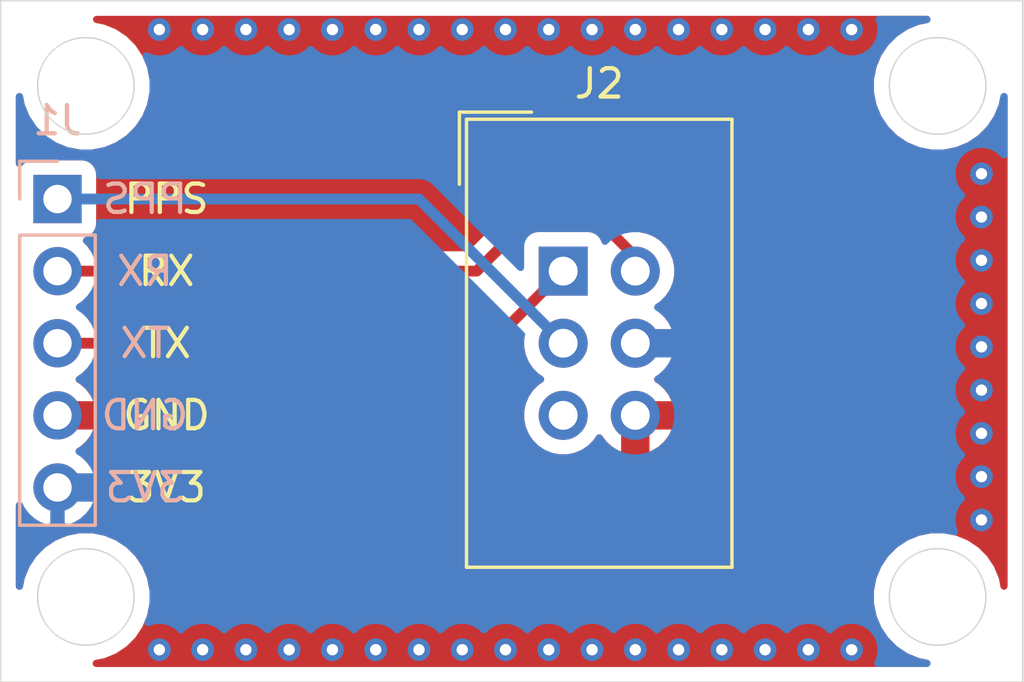
<source format=kicad_pcb>
(kicad_pcb (version 20171130) (host pcbnew "(5.1.5)-3")

  (general
    (thickness 1.6)
    (drawings 19)
    (tracks 58)
    (zones 0)
    (modules 2)
    (nets 7)
  )

  (page A4)
  (title_block
    (title "GPS Adapter")
    (date 2020-04-17)
    (rev 1.0)
    (company "Wojciech Grzeliński")
    (comment 1 wojtekgrzela@gmail.com)
  )

  (layers
    (0 F.Cu signal)
    (31 B.Cu signal)
    (32 B.Adhes user)
    (33 F.Adhes user)
    (34 B.Paste user)
    (35 F.Paste user)
    (36 B.SilkS user)
    (37 F.SilkS user)
    (38 B.Mask user)
    (39 F.Mask user)
    (40 Dwgs.User user)
    (41 Cmts.User user)
    (42 Eco1.User user)
    (43 Eco2.User user)
    (44 Edge.Cuts user)
    (45 Margin user)
    (46 B.CrtYd user)
    (47 F.CrtYd user)
    (48 B.Fab user)
    (49 F.Fab user)
  )

  (setup
    (last_trace_width 1)
    (user_trace_width 0.381)
    (user_trace_width 0.5)
    (user_trace_width 1)
    (user_trace_width 2)
    (user_trace_width 4)
    (trace_clearance 0.2)
    (zone_clearance 0.508)
    (zone_45_only no)
    (trace_min 0.2)
    (via_size 0.8)
    (via_drill 0.4)
    (via_min_size 0.4)
    (via_min_drill 0.3)
    (user_via 0.8 0.4)
    (user_via 1 0.6)
    (user_via 1.27 0.762)
    (uvia_size 0.3)
    (uvia_drill 0.1)
    (uvias_allowed no)
    (uvia_min_size 0.2)
    (uvia_min_drill 0.1)
    (edge_width 0.05)
    (segment_width 0.2)
    (pcb_text_width 0.3)
    (pcb_text_size 1.5 1.5)
    (mod_edge_width 0.12)
    (mod_text_size 1 1)
    (mod_text_width 0.15)
    (pad_size 1.524 1.524)
    (pad_drill 0.762)
    (pad_to_mask_clearance 0.051)
    (solder_mask_min_width 0.25)
    (aux_axis_origin 0 0)
    (visible_elements FFFFFF7F)
    (pcbplotparams
      (layerselection 0x210fc_ffffffff)
      (usegerberextensions false)
      (usegerberattributes false)
      (usegerberadvancedattributes false)
      (creategerberjobfile false)
      (excludeedgelayer true)
      (linewidth 0.100000)
      (plotframeref false)
      (viasonmask false)
      (mode 1)
      (useauxorigin false)
      (hpglpennumber 1)
      (hpglpenspeed 20)
      (hpglpendiameter 15.000000)
      (psnegative false)
      (psa4output false)
      (plotreference true)
      (plotvalue false)
      (plotinvisibletext false)
      (padsonsilk false)
      (subtractmaskfromsilk false)
      (outputformat 1)
      (mirror false)
      (drillshape 0)
      (scaleselection 1)
      (outputdirectory "Gerber/"))
  )

  (net 0 "")
  (net 1 3V3)
  (net 2 GND)
  (net 3 TX)
  (net 4 RX)
  (net 5 PPS)
  (net 6 "Net-(J2-Pad5)")

  (net_class Default "To jest domyślna klasa połączeń."
    (clearance 0.2)
    (trace_width 0.25)
    (via_dia 0.8)
    (via_drill 0.4)
    (uvia_dia 0.3)
    (uvia_drill 0.1)
    (add_net 3V3)
    (add_net GND)
    (add_net "Net-(J2-Pad5)")
    (add_net PPS)
    (add_net RX)
    (add_net TX)
  )

  (module Connector_IDC:IDC-Header_2x03_P2.54mm_Vertical (layer F.Cu) (tedit 59DE0819) (tstamp 5E99F1DC)
    (at 45.212 34.925)
    (descr "Through hole straight IDC box header, 2x03, 2.54mm pitch, double rows")
    (tags "Through hole IDC box header THT 2x03 2.54mm double row")
    (path /5E99E8FA)
    (fp_text reference J2 (at 1.27 -6.604) (layer F.SilkS)
      (effects (font (size 1 1) (thickness 0.15)))
    )
    (fp_text value Conn_02x03_Odd_Even (at 1.27 11.684) (layer F.Fab)
      (effects (font (size 1 1) (thickness 0.15)))
    )
    (fp_line (start -3.655 -5.6) (end -1.115 -5.6) (layer F.SilkS) (width 0.12))
    (fp_line (start -3.655 -5.6) (end -3.655 -3.06) (layer F.SilkS) (width 0.12))
    (fp_line (start -3.405 -5.35) (end 5.945 -5.35) (layer F.SilkS) (width 0.12))
    (fp_line (start -3.405 10.43) (end -3.405 -5.35) (layer F.SilkS) (width 0.12))
    (fp_line (start 5.945 10.43) (end -3.405 10.43) (layer F.SilkS) (width 0.12))
    (fp_line (start 5.945 -5.35) (end 5.945 10.43) (layer F.SilkS) (width 0.12))
    (fp_line (start -3.41 -5.35) (end 5.95 -5.35) (layer F.CrtYd) (width 0.05))
    (fp_line (start -3.41 10.43) (end -3.41 -5.35) (layer F.CrtYd) (width 0.05))
    (fp_line (start 5.95 10.43) (end -3.41 10.43) (layer F.CrtYd) (width 0.05))
    (fp_line (start 5.95 -5.35) (end 5.95 10.43) (layer F.CrtYd) (width 0.05))
    (fp_line (start -3.155 10.18) (end -2.605 9.62) (layer F.Fab) (width 0.1))
    (fp_line (start -3.155 -5.1) (end -2.605 -4.56) (layer F.Fab) (width 0.1))
    (fp_line (start 5.695 10.18) (end 5.145 9.62) (layer F.Fab) (width 0.1))
    (fp_line (start 5.695 -5.1) (end 5.145 -4.56) (layer F.Fab) (width 0.1))
    (fp_line (start 5.145 9.62) (end -2.605 9.62) (layer F.Fab) (width 0.1))
    (fp_line (start 5.695 10.18) (end -3.155 10.18) (layer F.Fab) (width 0.1))
    (fp_line (start 5.145 -4.56) (end -2.605 -4.56) (layer F.Fab) (width 0.1))
    (fp_line (start 5.695 -5.1) (end -3.155 -5.1) (layer F.Fab) (width 0.1))
    (fp_line (start -2.605 4.79) (end -3.155 4.79) (layer F.Fab) (width 0.1))
    (fp_line (start -2.605 0.29) (end -3.155 0.29) (layer F.Fab) (width 0.1))
    (fp_line (start -2.605 4.79) (end -2.605 9.62) (layer F.Fab) (width 0.1))
    (fp_line (start -2.605 -4.56) (end -2.605 0.29) (layer F.Fab) (width 0.1))
    (fp_line (start -3.155 -5.1) (end -3.155 10.18) (layer F.Fab) (width 0.1))
    (fp_line (start 5.145 -4.56) (end 5.145 9.62) (layer F.Fab) (width 0.1))
    (fp_line (start 5.695 -5.1) (end 5.695 10.18) (layer F.Fab) (width 0.1))
    (fp_text user %R (at 1.27 2.54) (layer F.Fab)
      (effects (font (size 1 1) (thickness 0.15)))
    )
    (pad 6 thru_hole oval (at 2.54 5.08) (size 1.7272 1.7272) (drill 1.016) (layers *.Cu *.Mask)
      (net 2 GND))
    (pad 5 thru_hole oval (at 0 5.08) (size 1.7272 1.7272) (drill 1.016) (layers *.Cu *.Mask)
      (net 6 "Net-(J2-Pad5)"))
    (pad 4 thru_hole oval (at 2.54 2.54) (size 1.7272 1.7272) (drill 1.016) (layers *.Cu *.Mask)
      (net 1 3V3))
    (pad 3 thru_hole oval (at 0 2.54) (size 1.7272 1.7272) (drill 1.016) (layers *.Cu *.Mask)
      (net 5 PPS))
    (pad 2 thru_hole oval (at 2.54 0) (size 1.7272 1.7272) (drill 1.016) (layers *.Cu *.Mask)
      (net 4 RX))
    (pad 1 thru_hole rect (at 0 0) (size 1.7272 1.7272) (drill 1.016) (layers *.Cu *.Mask)
      (net 3 TX))
    (model ${KISYS3DMOD}/Connector_IDC.3dshapes/IDC-Header_2x03_P2.54mm_Vertical.wrl
      (at (xyz 0 0 0))
      (scale (xyz 1 1 1))
      (rotate (xyz 0 0 0))
    )
  )

  (module Connector_PinSocket_2.54mm:PinSocket_1x05_P2.54mm_Vertical (layer B.Cu) (tedit 5A19A420) (tstamp 5E99F089)
    (at 27.4 32.385 180)
    (descr "Through hole straight socket strip, 1x05, 2.54mm pitch, single row (from Kicad 4.0.7), script generated")
    (tags "Through hole socket strip THT 1x05 2.54mm single row")
    (path /5E9A1060)
    (fp_text reference J1 (at 0 2.77) (layer B.SilkS)
      (effects (font (size 1 1) (thickness 0.15)) (justify mirror))
    )
    (fp_text value Conn_01x05 (at -5.874 -4.445 90) (layer B.Fab)
      (effects (font (size 1 1) (thickness 0.15)) (justify mirror))
    )
    (fp_text user %R (at 0 -5.08 270) (layer B.Fab)
      (effects (font (size 1 1) (thickness 0.15)) (justify mirror))
    )
    (fp_line (start -1.8 -11.9) (end -1.8 1.8) (layer B.CrtYd) (width 0.05))
    (fp_line (start 1.75 -11.9) (end -1.8 -11.9) (layer B.CrtYd) (width 0.05))
    (fp_line (start 1.75 1.8) (end 1.75 -11.9) (layer B.CrtYd) (width 0.05))
    (fp_line (start -1.8 1.8) (end 1.75 1.8) (layer B.CrtYd) (width 0.05))
    (fp_line (start 0 1.33) (end 1.33 1.33) (layer B.SilkS) (width 0.12))
    (fp_line (start 1.33 1.33) (end 1.33 0) (layer B.SilkS) (width 0.12))
    (fp_line (start 1.33 -1.27) (end 1.33 -11.49) (layer B.SilkS) (width 0.12))
    (fp_line (start -1.33 -11.49) (end 1.33 -11.49) (layer B.SilkS) (width 0.12))
    (fp_line (start -1.33 -1.27) (end -1.33 -11.49) (layer B.SilkS) (width 0.12))
    (fp_line (start -1.33 -1.27) (end 1.33 -1.27) (layer B.SilkS) (width 0.12))
    (fp_line (start -1.27 -11.43) (end -1.27 1.27) (layer B.Fab) (width 0.1))
    (fp_line (start 1.27 -11.43) (end -1.27 -11.43) (layer B.Fab) (width 0.1))
    (fp_line (start 1.27 0.635) (end 1.27 -11.43) (layer B.Fab) (width 0.1))
    (fp_line (start 0.635 1.27) (end 1.27 0.635) (layer B.Fab) (width 0.1))
    (fp_line (start -1.27 1.27) (end 0.635 1.27) (layer B.Fab) (width 0.1))
    (pad 5 thru_hole oval (at 0 -10.16 180) (size 1.7 1.7) (drill 1) (layers *.Cu *.Mask)
      (net 1 3V3))
    (pad 4 thru_hole oval (at 0 -7.62 180) (size 1.7 1.7) (drill 1) (layers *.Cu *.Mask)
      (net 2 GND))
    (pad 3 thru_hole oval (at 0 -5.08 180) (size 1.7 1.7) (drill 1) (layers *.Cu *.Mask)
      (net 3 TX))
    (pad 2 thru_hole oval (at 0 -2.54 180) (size 1.7 1.7) (drill 1) (layers *.Cu *.Mask)
      (net 4 RX))
    (pad 1 thru_hole rect (at 0 0 180) (size 1.7 1.7) (drill 1) (layers *.Cu *.Mask)
      (net 5 PPS))
    (model ${KISYS3DMOD}/Connector_PinSocket_2.54mm.3dshapes/PinSocket_1x05_P2.54mm_Vertical.wrl
      (at (xyz 0 0 0))
      (scale (xyz 1 1 1))
      (rotate (xyz 0 0 0))
    )
  )

  (gr_text PPS (at 31.242 32.385) (layer F.SilkS) (tstamp 5E99FF8E)
    (effects (font (size 1 1) (thickness 0.15)))
  )
  (gr_text RX (at 31.242 34.925) (layer F.SilkS) (tstamp 5E99FF8D)
    (effects (font (size 1 1) (thickness 0.15)))
  )
  (gr_text TX (at 31.242 37.465) (layer F.SilkS) (tstamp 5E99FF8C)
    (effects (font (size 1 1) (thickness 0.15)))
  )
  (gr_text 3V3 (at 31.242 42.545) (layer F.SilkS) (tstamp 5E99FF8B)
    (effects (font (size 1 1) (thickness 0.15)))
  )
  (gr_text GND (at 31.242 40.005) (layer F.SilkS) (tstamp 5E99FF8A)
    (effects (font (size 1 1) (thickness 0.15)))
  )
  (gr_text PPS (at 30.48 32.385) (layer B.SilkS)
    (effects (font (size 1 1) (thickness 0.15)) (justify mirror))
  )
  (gr_text RX (at 30.48 34.925) (layer B.SilkS)
    (effects (font (size 1 1) (thickness 0.15)) (justify mirror))
  )
  (gr_text TX (at 30.48 37.465) (layer B.SilkS)
    (effects (font (size 1 1) (thickness 0.15)) (justify mirror))
  )
  (gr_text GND (at 30.48 40.005) (layer B.SilkS)
    (effects (font (size 1 1) (thickness 0.15)) (justify mirror))
  )
  (gr_text 3V3 (at 30.48 42.545) (layer B.SilkS)
    (effects (font (size 1 1) (thickness 0.15)) (justify mirror))
  )
  (gr_line (start 25.781 49.403) (end 25.4 49.403) (layer Edge.Cuts) (width 0.05))
  (gr_line (start 25.781 49.403) (end 61.4 49.4) (layer Edge.Cuts) (width 0.05) (tstamp 5E99FDAB))
  (gr_circle (center 58.4 46.4) (end 60.1 46.4) (layer Edge.Cuts) (width 0.05) (tstamp 5E99E0B8))
  (gr_circle (center 58.4 28.4) (end 60.1 28.4) (layer Edge.Cuts) (width 0.05) (tstamp 5E99E0B8))
  (gr_circle (center 28.4 46.4) (end 30.1 46.4) (layer Edge.Cuts) (width 0.05) (tstamp 5E99E0B8))
  (gr_circle (center 28.4 28.4) (end 30.1 28.4) (layer Edge.Cuts) (width 0.05) (tstamp 5E99E0B8))
  (gr_line (start 25.4 25.4) (end 25.4 49.4) (layer Edge.Cuts) (width 0.05))
  (gr_line (start 61.4 25.4) (end 61.4 49.4) (layer Edge.Cuts) (width 0.05))
  (gr_line (start 25.4 25.4) (end 61.4 25.4) (layer Edge.Cuts) (width 0.05))

  (via (at 43.18 26.416) (size 0.8) (drill 0.4) (layers F.Cu B.Cu) (net 2) (tstamp 5E99F27F))
  (via (at 40.132 26.416) (size 0.8) (drill 0.4) (layers F.Cu B.Cu) (net 2) (tstamp 5E99F280))
  (via (at 32.512 26.416) (size 0.8) (drill 0.4) (layers F.Cu B.Cu) (net 2) (tstamp 5E99F281))
  (via (at 49.276 26.416) (size 0.8) (drill 0.4) (layers F.Cu B.Cu) (net 2) (tstamp 5E99F282))
  (via (at 55.372 26.416) (size 0.8) (drill 0.4) (layers F.Cu B.Cu) (net 2) (tstamp 5E99F283))
  (via (at 38.608 26.416) (size 0.8) (drill 0.4) (layers F.Cu B.Cu) (net 2) (tstamp 5E99F284))
  (via (at 50.8 26.416) (size 0.8) (drill 0.4) (layers F.Cu B.Cu) (net 2) (tstamp 5E99F285))
  (via (at 53.848 26.416) (size 0.8) (drill 0.4) (layers F.Cu B.Cu) (net 2) (tstamp 5E99F286))
  (via (at 47.752 26.416) (size 0.8) (drill 0.4) (layers F.Cu B.Cu) (net 2) (tstamp 5E99F287))
  (via (at 44.704 26.416) (size 0.8) (drill 0.4) (layers F.Cu B.Cu) (net 2) (tstamp 5E99F288))
  (via (at 37.084 26.416) (size 0.8) (drill 0.4) (layers F.Cu B.Cu) (net 2) (tstamp 5E99F289))
  (via (at 52.324 26.416) (size 0.8) (drill 0.4) (layers F.Cu B.Cu) (net 2) (tstamp 5E99F28A))
  (via (at 35.56 26.416) (size 0.8) (drill 0.4) (layers F.Cu B.Cu) (net 2) (tstamp 5E99F28B))
  (via (at 30.988 26.416) (size 0.8) (drill 0.4) (layers F.Cu B.Cu) (net 2) (tstamp 5E99F28C))
  (via (at 41.656 26.416) (size 0.8) (drill 0.4) (layers F.Cu B.Cu) (net 2) (tstamp 5E99F28D))
  (via (at 34.036 26.416) (size 0.8) (drill 0.4) (layers F.Cu B.Cu) (net 2) (tstamp 5E99F28E))
  (via (at 46.228 26.416) (size 0.8) (drill 0.4) (layers F.Cu B.Cu) (net 2) (tstamp 5E99F28F))
  (segment (start 27.4 42.545) (end 28.602081 42.545) (width 1) (layer B.Cu) (net 1))
  (segment (start 28.602081 42.545) (end 29.083 42.545) (width 1) (layer B.Cu) (net 1))
  (segment (start 47.752 37.465) (end 49.276 37.465) (width 1) (layer B.Cu) (net 1))
  (segment (start 27.4 40.005) (end 28.602081 40.005) (width 1) (layer F.Cu) (net 2))
  (segment (start 47.752 40.005) (end 47.752 41.529) (width 1) (layer F.Cu) (net 2))
  (segment (start 47.752 40.005) (end 48.973314 40.005) (width 1) (layer F.Cu) (net 2))
  (via (at 30.988 48.26) (size 0.8) (drill 0.4) (layers F.Cu B.Cu) (net 2))
  (via (at 32.512 48.26) (size 0.8) (drill 0.4) (layers F.Cu B.Cu) (net 2))
  (via (at 34.036 48.26) (size 0.8) (drill 0.4) (layers F.Cu B.Cu) (net 2))
  (via (at 35.56 48.26) (size 0.8) (drill 0.4) (layers F.Cu B.Cu) (net 2))
  (via (at 37.084 48.26) (size 0.8) (drill 0.4) (layers F.Cu B.Cu) (net 2))
  (via (at 38.608 48.26) (size 0.8) (drill 0.4) (layers F.Cu B.Cu) (net 2))
  (via (at 40.132 48.26) (size 0.8) (drill 0.4) (layers F.Cu B.Cu) (net 2))
  (via (at 41.656 48.26) (size 0.8) (drill 0.4) (layers F.Cu B.Cu) (net 2))
  (via (at 43.18 48.26) (size 0.8) (drill 0.4) (layers F.Cu B.Cu) (net 2))
  (via (at 44.704 48.26) (size 0.8) (drill 0.4) (layers F.Cu B.Cu) (net 2))
  (via (at 46.228 48.26) (size 0.8) (drill 0.4) (layers F.Cu B.Cu) (net 2))
  (via (at 47.752 48.26) (size 0.8) (drill 0.4) (layers F.Cu B.Cu) (net 2))
  (via (at 49.276 48.26) (size 0.8) (drill 0.4) (layers F.Cu B.Cu) (net 2))
  (via (at 50.8 48.26) (size 0.8) (drill 0.4) (layers F.Cu B.Cu) (net 2))
  (via (at 52.324 48.26) (size 0.8) (drill 0.4) (layers F.Cu B.Cu) (net 2))
  (via (at 53.848 48.26) (size 0.8) (drill 0.4) (layers F.Cu B.Cu) (net 2))
  (via (at 55.372 48.26) (size 0.8) (drill 0.4) (layers F.Cu B.Cu) (net 2))
  (via (at 59.944 43.688) (size 0.8) (drill 0.4) (layers F.Cu B.Cu) (net 2))
  (via (at 59.944 42.164) (size 0.8) (drill 0.4) (layers F.Cu B.Cu) (net 2))
  (via (at 59.944 40.64) (size 0.8) (drill 0.4) (layers F.Cu B.Cu) (net 2))
  (via (at 59.944 39.116) (size 0.8) (drill 0.4) (layers F.Cu B.Cu) (net 2))
  (via (at 59.944 37.592) (size 0.8) (drill 0.4) (layers F.Cu B.Cu) (net 2))
  (via (at 59.944 36.068) (size 0.8) (drill 0.4) (layers F.Cu B.Cu) (net 2))
  (via (at 59.944 34.544) (size 0.8) (drill 0.4) (layers F.Cu B.Cu) (net 2))
  (via (at 59.944 33.02) (size 0.8) (drill 0.4) (layers F.Cu B.Cu) (net 2))
  (via (at 59.944 31.496) (size 0.8) (drill 0.4) (layers F.Cu B.Cu) (net 2))
  (segment (start 42.672 37.465) (end 45.212 34.925) (width 0.381) (layer F.Cu) (net 3))
  (segment (start 27.4 37.465) (end 42.672 37.465) (width 0.381) (layer F.Cu) (net 3))
  (segment (start 47.752 34.417) (end 47.752 34.925) (width 0.381) (layer F.Cu) (net 4))
  (segment (start 46.482 33.147) (end 47.752 34.417) (width 0.381) (layer F.Cu) (net 4))
  (segment (start 43.942 33.147) (end 46.482 33.147) (width 0.381) (layer F.Cu) (net 4))
  (segment (start 27.4 34.925) (end 42.164 34.925) (width 0.381) (layer F.Cu) (net 4))
  (segment (start 42.164 34.925) (end 43.942 33.147) (width 0.381) (layer F.Cu) (net 4))
  (segment (start 40.132 32.385) (end 27.4 32.385) (width 0.381) (layer B.Cu) (net 5))
  (segment (start 45.212 37.465) (end 40.132 32.385) (width 0.381) (layer B.Cu) (net 5))

  (zone (net 2) (net_name GND) (layer F.Cu) (tstamp 5E9A0002) (hatch edge 0.508)
    (connect_pads (clearance 0.508))
    (min_thickness 0.254)
    (fill yes (arc_segments 32) (thermal_gap 0.508) (thermal_bridge_width 0.508))
    (polygon
      (pts
        (xy 61.468 49.403) (xy 25.4 49.403) (xy 25.4 25.4) (xy 61.468 25.4)
      )
    )
    (filled_polygon
      (pts
        (xy 57.709122 26.122482) (xy 57.278076 26.301027) (xy 56.890144 26.560235) (xy 56.560235 26.890144) (xy 56.301027 27.278076)
        (xy 56.122482 27.709122) (xy 56.03146 28.166719) (xy 56.03146 28.633281) (xy 56.122482 29.090878) (xy 56.301027 29.521924)
        (xy 56.560235 29.909856) (xy 56.890144 30.239765) (xy 57.278076 30.498973) (xy 57.709122 30.677518) (xy 58.166719 30.76854)
        (xy 58.633281 30.76854) (xy 59.090878 30.677518) (xy 59.521924 30.498973) (xy 59.909856 30.239765) (xy 60.239765 29.909856)
        (xy 60.498973 29.521924) (xy 60.677518 29.090878) (xy 60.74 28.776761) (xy 60.740001 46.023244) (xy 60.677518 45.709122)
        (xy 60.498973 45.278076) (xy 60.239765 44.890144) (xy 59.909856 44.560235) (xy 59.521924 44.301027) (xy 59.090878 44.122482)
        (xy 58.633281 44.03146) (xy 58.166719 44.03146) (xy 57.709122 44.122482) (xy 57.278076 44.301027) (xy 56.890144 44.560235)
        (xy 56.560235 44.890144) (xy 56.301027 45.278076) (xy 56.122482 45.709122) (xy 56.03146 46.166719) (xy 56.03146 46.633281)
        (xy 56.122482 47.090878) (xy 56.301027 47.521924) (xy 56.560235 47.909856) (xy 56.890144 48.239765) (xy 57.278076 48.498973)
        (xy 57.709122 48.677518) (xy 58.024672 48.740285) (xy 28.76294 48.742749) (xy 29.090878 48.677518) (xy 29.521924 48.498973)
        (xy 29.909856 48.239765) (xy 30.239765 47.909856) (xy 30.498973 47.521924) (xy 30.677518 47.090878) (xy 30.76854 46.633281)
        (xy 30.76854 46.166719) (xy 30.677518 45.709122) (xy 30.498973 45.278076) (xy 30.239765 44.890144) (xy 29.909856 44.560235)
        (xy 29.521924 44.301027) (xy 29.090878 44.122482) (xy 28.633281 44.03146) (xy 28.166719 44.03146) (xy 27.709122 44.122482)
        (xy 27.278076 44.301027) (xy 26.890144 44.560235) (xy 26.560235 44.890144) (xy 26.301027 45.278076) (xy 26.122482 45.709122)
        (xy 26.06 46.023239) (xy 26.06 43.190445) (xy 26.08401 43.248411) (xy 26.246525 43.491632) (xy 26.453368 43.698475)
        (xy 26.696589 43.86099) (xy 26.966842 43.972932) (xy 27.25374 44.03) (xy 27.54626 44.03) (xy 27.833158 43.972932)
        (xy 28.103411 43.86099) (xy 28.346632 43.698475) (xy 28.553475 43.491632) (xy 28.71599 43.248411) (xy 28.827932 42.978158)
        (xy 28.885 42.69126) (xy 28.885 42.39874) (xy 28.827932 42.111842) (xy 28.71599 41.841589) (xy 28.553475 41.598368)
        (xy 28.346632 41.391525) (xy 28.164466 41.269805) (xy 28.281355 41.200178) (xy 28.497588 41.005269) (xy 28.671641 40.77192)
        (xy 28.796825 40.509099) (xy 28.841476 40.36189) (xy 28.720155 40.132) (xy 27.527 40.132) (xy 27.527 40.152)
        (xy 27.273 40.152) (xy 27.273 40.132) (xy 27.253 40.132) (xy 27.253 39.878) (xy 27.273 39.878)
        (xy 27.273 39.858) (xy 27.527 39.858) (xy 27.527 39.878) (xy 28.720155 39.878) (xy 28.841476 39.64811)
        (xy 28.796825 39.500901) (xy 28.671641 39.23808) (xy 28.497588 39.004731) (xy 28.281355 38.809822) (xy 28.164466 38.740195)
        (xy 28.346632 38.618475) (xy 28.553475 38.411632) (xy 28.634413 38.2905) (xy 42.63145 38.2905) (xy 42.672 38.294494)
        (xy 42.71255 38.2905) (xy 42.712553 38.2905) (xy 42.833826 38.278556) (xy 42.989434 38.231353) (xy 43.132842 38.154699)
        (xy 43.258541 38.051541) (xy 43.284398 38.020034) (xy 43.7134 37.591032) (xy 43.7134 37.612599) (xy 43.77099 37.902125)
        (xy 43.883958 38.174853) (xy 44.047961 38.420302) (xy 44.256698 38.629039) (xy 44.415281 38.735) (xy 44.256698 38.840961)
        (xy 44.047961 39.049698) (xy 43.883958 39.295147) (xy 43.77099 39.567875) (xy 43.7134 39.857401) (xy 43.7134 40.152599)
        (xy 43.77099 40.442125) (xy 43.883958 40.714853) (xy 44.047961 40.960302) (xy 44.256698 41.169039) (xy 44.502147 41.333042)
        (xy 44.774875 41.44601) (xy 45.064401 41.5036) (xy 45.359599 41.5036) (xy 45.649125 41.44601) (xy 45.921853 41.333042)
        (xy 46.167302 41.169039) (xy 46.376039 40.960302) (xy 46.483692 40.799187) (xy 46.645146 41.015293) (xy 46.863512 41.211817)
        (xy 47.116022 41.361964) (xy 47.392973 41.459963) (xy 47.625 41.339464) (xy 47.625 40.132) (xy 47.879 40.132)
        (xy 47.879 41.339464) (xy 48.111027 41.459963) (xy 48.387978 41.361964) (xy 48.640488 41.211817) (xy 48.858854 41.015293)
        (xy 49.034684 40.779944) (xy 49.161222 40.514814) (xy 49.206958 40.364026) (xy 49.085817 40.132) (xy 47.879 40.132)
        (xy 47.625 40.132) (xy 47.605 40.132) (xy 47.605 39.878) (xy 47.625 39.878) (xy 47.625 39.858)
        (xy 47.879 39.858) (xy 47.879 39.878) (xy 49.085817 39.878) (xy 49.206958 39.645974) (xy 49.161222 39.495186)
        (xy 49.034684 39.230056) (xy 48.858854 38.994707) (xy 48.640488 38.798183) (xy 48.541897 38.739559) (xy 48.707302 38.629039)
        (xy 48.916039 38.420302) (xy 49.080042 38.174853) (xy 49.19301 37.902125) (xy 49.2506 37.612599) (xy 49.2506 37.317401)
        (xy 49.19301 37.027875) (xy 49.080042 36.755147) (xy 48.916039 36.509698) (xy 48.707302 36.300961) (xy 48.548719 36.195)
        (xy 48.707302 36.089039) (xy 48.916039 35.880302) (xy 49.080042 35.634853) (xy 49.19301 35.362125) (xy 49.2506 35.072599)
        (xy 49.2506 34.777401) (xy 49.19301 34.487875) (xy 49.080042 34.215147) (xy 48.916039 33.969698) (xy 48.707302 33.760961)
        (xy 48.461853 33.596958) (xy 48.189125 33.48399) (xy 47.936091 33.433659) (xy 47.094398 32.591966) (xy 47.068541 32.560459)
        (xy 46.942842 32.457301) (xy 46.799434 32.380647) (xy 46.643826 32.333444) (xy 46.522553 32.3215) (xy 46.52255 32.3215)
        (xy 46.482 32.317506) (xy 46.44145 32.3215) (xy 43.98255 32.3215) (xy 43.942 32.317506) (xy 43.901449 32.3215)
        (xy 43.901447 32.3215) (xy 43.780174 32.333444) (xy 43.624566 32.380647) (xy 43.481157 32.457301) (xy 43.386958 32.534608)
        (xy 43.386957 32.534609) (xy 43.355459 32.560459) (xy 43.329611 32.591955) (xy 41.822068 34.0995) (xy 28.634413 34.0995)
        (xy 28.553475 33.978368) (xy 28.42162 33.846513) (xy 28.49418 33.824502) (xy 28.604494 33.765537) (xy 28.701185 33.686185)
        (xy 28.780537 33.589494) (xy 28.839502 33.47918) (xy 28.875812 33.359482) (xy 28.888072 33.235) (xy 28.888072 31.535)
        (xy 28.875812 31.410518) (xy 28.839502 31.29082) (xy 28.780537 31.180506) (xy 28.701185 31.083815) (xy 28.604494 31.004463)
        (xy 28.49418 30.945498) (xy 28.374482 30.909188) (xy 28.25 30.896928) (xy 26.55 30.896928) (xy 26.425518 30.909188)
        (xy 26.30582 30.945498) (xy 26.195506 31.004463) (xy 26.098815 31.083815) (xy 26.06 31.131111) (xy 26.06 28.776761)
        (xy 26.122482 29.090878) (xy 26.301027 29.521924) (xy 26.560235 29.909856) (xy 26.890144 30.239765) (xy 27.278076 30.498973)
        (xy 27.709122 30.677518) (xy 28.166719 30.76854) (xy 28.633281 30.76854) (xy 29.090878 30.677518) (xy 29.521924 30.498973)
        (xy 29.909856 30.239765) (xy 30.239765 29.909856) (xy 30.498973 29.521924) (xy 30.677518 29.090878) (xy 30.76854 28.633281)
        (xy 30.76854 28.166719) (xy 30.677518 27.709122) (xy 30.498973 27.278076) (xy 30.239765 26.890144) (xy 29.909856 26.560235)
        (xy 29.521924 26.301027) (xy 29.090878 26.122482) (xy 28.776761 26.06) (xy 58.023239 26.06)
      )
    )
  )
  (zone (net 1) (net_name 3V3) (layer B.Cu) (tstamp 5E99FFFF) (hatch edge 0.508)
    (connect_pads (clearance 0.508))
    (min_thickness 0.254)
    (fill yes (arc_segments 32) (thermal_gap 0.508) (thermal_bridge_width 0.508))
    (polygon
      (pts
        (xy 61.468 49.403) (xy 25.4 49.403) (xy 25.4 25.4) (xy 61.468 25.4)
      )
    )
    (filled_polygon
      (pts
        (xy 57.709122 26.122482) (xy 57.278076 26.301027) (xy 56.890144 26.560235) (xy 56.560235 26.890144) (xy 56.301027 27.278076)
        (xy 56.122482 27.709122) (xy 56.03146 28.166719) (xy 56.03146 28.633281) (xy 56.122482 29.090878) (xy 56.301027 29.521924)
        (xy 56.560235 29.909856) (xy 56.890144 30.239765) (xy 57.278076 30.498973) (xy 57.709122 30.677518) (xy 58.166719 30.76854)
        (xy 58.633281 30.76854) (xy 59.090878 30.677518) (xy 59.521924 30.498973) (xy 59.909856 30.239765) (xy 60.239765 29.909856)
        (xy 60.498973 29.521924) (xy 60.677518 29.090878) (xy 60.74 28.776761) (xy 60.74 30.828289) (xy 60.603774 30.692063)
        (xy 60.434256 30.578795) (xy 60.245898 30.500774) (xy 60.045939 30.461) (xy 59.842061 30.461) (xy 59.642102 30.500774)
        (xy 59.453744 30.578795) (xy 59.284226 30.692063) (xy 59.140063 30.836226) (xy 59.026795 31.005744) (xy 58.948774 31.194102)
        (xy 58.909 31.394061) (xy 58.909 31.597939) (xy 58.948774 31.797898) (xy 59.026795 31.986256) (xy 59.140063 32.155774)
        (xy 59.242289 32.258) (xy 59.140063 32.360226) (xy 59.026795 32.529744) (xy 58.948774 32.718102) (xy 58.909 32.918061)
        (xy 58.909 33.121939) (xy 58.948774 33.321898) (xy 59.026795 33.510256) (xy 59.140063 33.679774) (xy 59.242289 33.782)
        (xy 59.140063 33.884226) (xy 59.026795 34.053744) (xy 58.948774 34.242102) (xy 58.909 34.442061) (xy 58.909 34.645939)
        (xy 58.948774 34.845898) (xy 59.026795 35.034256) (xy 59.140063 35.203774) (xy 59.242289 35.306) (xy 59.140063 35.408226)
        (xy 59.026795 35.577744) (xy 58.948774 35.766102) (xy 58.909 35.966061) (xy 58.909 36.169939) (xy 58.948774 36.369898)
        (xy 59.026795 36.558256) (xy 59.140063 36.727774) (xy 59.242289 36.83) (xy 59.140063 36.932226) (xy 59.026795 37.101744)
        (xy 58.948774 37.290102) (xy 58.909 37.490061) (xy 58.909 37.693939) (xy 58.948774 37.893898) (xy 59.026795 38.082256)
        (xy 59.140063 38.251774) (xy 59.242289 38.354) (xy 59.140063 38.456226) (xy 59.026795 38.625744) (xy 58.948774 38.814102)
        (xy 58.909 39.014061) (xy 58.909 39.217939) (xy 58.948774 39.417898) (xy 59.026795 39.606256) (xy 59.140063 39.775774)
        (xy 59.242289 39.878) (xy 59.140063 39.980226) (xy 59.026795 40.149744) (xy 58.948774 40.338102) (xy 58.909 40.538061)
        (xy 58.909 40.741939) (xy 58.948774 40.941898) (xy 59.026795 41.130256) (xy 59.140063 41.299774) (xy 59.242289 41.402)
        (xy 59.140063 41.504226) (xy 59.026795 41.673744) (xy 58.948774 41.862102) (xy 58.909 42.062061) (xy 58.909 42.265939)
        (xy 58.948774 42.465898) (xy 59.026795 42.654256) (xy 59.140063 42.823774) (xy 59.242289 42.926) (xy 59.140063 43.028226)
        (xy 59.026795 43.197744) (xy 58.948774 43.386102) (xy 58.909 43.586061) (xy 58.909 43.789939) (xy 58.948774 43.989898)
        (xy 58.995864 44.103582) (xy 58.633281 44.03146) (xy 58.166719 44.03146) (xy 57.709122 44.122482) (xy 57.278076 44.301027)
        (xy 56.890144 44.560235) (xy 56.560235 44.890144) (xy 56.301027 45.278076) (xy 56.122482 45.709122) (xy 56.03146 46.166719)
        (xy 56.03146 46.633281) (xy 56.122482 47.090878) (xy 56.301027 47.521924) (xy 56.560235 47.909856) (xy 56.890144 48.239765)
        (xy 57.278076 48.498973) (xy 57.709122 48.677518) (xy 58.024672 48.740285) (xy 56.293275 48.740431) (xy 56.367226 48.561898)
        (xy 56.407 48.361939) (xy 56.407 48.158061) (xy 56.367226 47.958102) (xy 56.289205 47.769744) (xy 56.175937 47.600226)
        (xy 56.031774 47.456063) (xy 55.862256 47.342795) (xy 55.673898 47.264774) (xy 55.473939 47.225) (xy 55.270061 47.225)
        (xy 55.070102 47.264774) (xy 54.881744 47.342795) (xy 54.712226 47.456063) (xy 54.61 47.558289) (xy 54.507774 47.456063)
        (xy 54.338256 47.342795) (xy 54.149898 47.264774) (xy 53.949939 47.225) (xy 53.746061 47.225) (xy 53.546102 47.264774)
        (xy 53.357744 47.342795) (xy 53.188226 47.456063) (xy 53.086 47.558289) (xy 52.983774 47.456063) (xy 52.814256 47.342795)
        (xy 52.625898 47.264774) (xy 52.425939 47.225) (xy 52.222061 47.225) (xy 52.022102 47.264774) (xy 51.833744 47.342795)
        (xy 51.664226 47.456063) (xy 51.562 47.558289) (xy 51.459774 47.456063) (xy 51.290256 47.342795) (xy 51.101898 47.264774)
        (xy 50.901939 47.225) (xy 50.698061 47.225) (xy 50.498102 47.264774) (xy 50.309744 47.342795) (xy 50.140226 47.456063)
        (xy 50.038 47.558289) (xy 49.935774 47.456063) (xy 49.766256 47.342795) (xy 49.577898 47.264774) (xy 49.377939 47.225)
        (xy 49.174061 47.225) (xy 48.974102 47.264774) (xy 48.785744 47.342795) (xy 48.616226 47.456063) (xy 48.514 47.558289)
        (xy 48.411774 47.456063) (xy 48.242256 47.342795) (xy 48.053898 47.264774) (xy 47.853939 47.225) (xy 47.650061 47.225)
        (xy 47.450102 47.264774) (xy 47.261744 47.342795) (xy 47.092226 47.456063) (xy 46.99 47.558289) (xy 46.887774 47.456063)
        (xy 46.718256 47.342795) (xy 46.529898 47.264774) (xy 46.329939 47.225) (xy 46.126061 47.225) (xy 45.926102 47.264774)
        (xy 45.737744 47.342795) (xy 45.568226 47.456063) (xy 45.466 47.558289) (xy 45.363774 47.456063) (xy 45.194256 47.342795)
        (xy 45.005898 47.264774) (xy 44.805939 47.225) (xy 44.602061 47.225) (xy 44.402102 47.264774) (xy 44.213744 47.342795)
        (xy 44.044226 47.456063) (xy 43.942 47.558289) (xy 43.839774 47.456063) (xy 43.670256 47.342795) (xy 43.481898 47.264774)
        (xy 43.281939 47.225) (xy 43.078061 47.225) (xy 42.878102 47.264774) (xy 42.689744 47.342795) (xy 42.520226 47.456063)
        (xy 42.418 47.558289) (xy 42.315774 47.456063) (xy 42.146256 47.342795) (xy 41.957898 47.264774) (xy 41.757939 47.225)
        (xy 41.554061 47.225) (xy 41.354102 47.264774) (xy 41.165744 47.342795) (xy 40.996226 47.456063) (xy 40.894 47.558289)
        (xy 40.791774 47.456063) (xy 40.622256 47.342795) (xy 40.433898 47.264774) (xy 40.233939 47.225) (xy 40.030061 47.225)
        (xy 39.830102 47.264774) (xy 39.641744 47.342795) (xy 39.472226 47.456063) (xy 39.37 47.558289) (xy 39.267774 47.456063)
        (xy 39.098256 47.342795) (xy 38.909898 47.264774) (xy 38.709939 47.225) (xy 38.506061 47.225) (xy 38.306102 47.264774)
        (xy 38.117744 47.342795) (xy 37.948226 47.456063) (xy 37.846 47.558289) (xy 37.743774 47.456063) (xy 37.574256 47.342795)
        (xy 37.385898 47.264774) (xy 37.185939 47.225) (xy 36.982061 47.225) (xy 36.782102 47.264774) (xy 36.593744 47.342795)
        (xy 36.424226 47.456063) (xy 36.322 47.558289) (xy 36.219774 47.456063) (xy 36.050256 47.342795) (xy 35.861898 47.264774)
        (xy 35.661939 47.225) (xy 35.458061 47.225) (xy 35.258102 47.264774) (xy 35.069744 47.342795) (xy 34.900226 47.456063)
        (xy 34.798 47.558289) (xy 34.695774 47.456063) (xy 34.526256 47.342795) (xy 34.337898 47.264774) (xy 34.137939 47.225)
        (xy 33.934061 47.225) (xy 33.734102 47.264774) (xy 33.545744 47.342795) (xy 33.376226 47.456063) (xy 33.274 47.558289)
        (xy 33.171774 47.456063) (xy 33.002256 47.342795) (xy 32.813898 47.264774) (xy 32.613939 47.225) (xy 32.410061 47.225)
        (xy 32.210102 47.264774) (xy 32.021744 47.342795) (xy 31.852226 47.456063) (xy 31.75 47.558289) (xy 31.647774 47.456063)
        (xy 31.478256 47.342795) (xy 31.289898 47.264774) (xy 31.089939 47.225) (xy 30.886061 47.225) (xy 30.686102 47.264774)
        (xy 30.588792 47.305081) (xy 30.677518 47.090878) (xy 30.76854 46.633281) (xy 30.76854 46.166719) (xy 30.677518 45.709122)
        (xy 30.498973 45.278076) (xy 30.239765 44.890144) (xy 29.909856 44.560235) (xy 29.521924 44.301027) (xy 29.090878 44.122482)
        (xy 28.633281 44.03146) (xy 28.166719 44.03146) (xy 27.709122 44.122482) (xy 27.278076 44.301027) (xy 26.890144 44.560235)
        (xy 26.560235 44.890144) (xy 26.301027 45.278076) (xy 26.122482 45.709122) (xy 26.06 46.023239) (xy 26.06 43.168402)
        (xy 26.128359 43.31192) (xy 26.302412 43.545269) (xy 26.518645 43.740178) (xy 26.768748 43.889157) (xy 27.043109 43.986481)
        (xy 27.273 43.865814) (xy 27.273 42.672) (xy 27.527 42.672) (xy 27.527 43.865814) (xy 27.756891 43.986481)
        (xy 28.031252 43.889157) (xy 28.281355 43.740178) (xy 28.497588 43.545269) (xy 28.671641 43.31192) (xy 28.796825 43.049099)
        (xy 28.841476 42.90189) (xy 28.720155 42.672) (xy 27.527 42.672) (xy 27.273 42.672) (xy 27.253 42.672)
        (xy 27.253 42.418) (xy 27.273 42.418) (xy 27.273 42.398) (xy 27.527 42.398) (xy 27.527 42.418)
        (xy 28.720155 42.418) (xy 28.841476 42.18811) (xy 28.796825 42.040901) (xy 28.671641 41.77808) (xy 28.497588 41.544731)
        (xy 28.281355 41.349822) (xy 28.164466 41.280195) (xy 28.346632 41.158475) (xy 28.553475 40.951632) (xy 28.71599 40.708411)
        (xy 28.827932 40.438158) (xy 28.885 40.15126) (xy 28.885 39.85874) (xy 28.827932 39.571842) (xy 28.71599 39.301589)
        (xy 28.553475 39.058368) (xy 28.346632 38.851525) (xy 28.17224 38.735) (xy 28.346632 38.618475) (xy 28.553475 38.411632)
        (xy 28.71599 38.168411) (xy 28.827932 37.898158) (xy 28.885 37.61126) (xy 28.885 37.31874) (xy 28.827932 37.031842)
        (xy 28.71599 36.761589) (xy 28.553475 36.518368) (xy 28.346632 36.311525) (xy 28.17224 36.195) (xy 28.346632 36.078475)
        (xy 28.553475 35.871632) (xy 28.71599 35.628411) (xy 28.827932 35.358158) (xy 28.885 35.07126) (xy 28.885 34.77874)
        (xy 28.827932 34.491842) (xy 28.71599 34.221589) (xy 28.553475 33.978368) (xy 28.42162 33.846513) (xy 28.49418 33.824502)
        (xy 28.604494 33.765537) (xy 28.701185 33.686185) (xy 28.780537 33.589494) (xy 28.839502 33.47918) (xy 28.875812 33.359482)
        (xy 28.888072 33.235) (xy 28.888072 33.2105) (xy 39.790068 33.2105) (xy 43.743856 37.164289) (xy 43.7134 37.317401)
        (xy 43.7134 37.612599) (xy 43.77099 37.902125) (xy 43.883958 38.174853) (xy 44.047961 38.420302) (xy 44.256698 38.629039)
        (xy 44.415281 38.735) (xy 44.256698 38.840961) (xy 44.047961 39.049698) (xy 43.883958 39.295147) (xy 43.77099 39.567875)
        (xy 43.7134 39.857401) (xy 43.7134 40.152599) (xy 43.77099 40.442125) (xy 43.883958 40.714853) (xy 44.047961 40.960302)
        (xy 44.256698 41.169039) (xy 44.502147 41.333042) (xy 44.774875 41.44601) (xy 45.064401 41.5036) (xy 45.359599 41.5036)
        (xy 45.649125 41.44601) (xy 45.921853 41.333042) (xy 46.167302 41.169039) (xy 46.376039 40.960302) (xy 46.482 40.801719)
        (xy 46.587961 40.960302) (xy 46.796698 41.169039) (xy 47.042147 41.333042) (xy 47.314875 41.44601) (xy 47.604401 41.5036)
        (xy 47.899599 41.5036) (xy 48.189125 41.44601) (xy 48.461853 41.333042) (xy 48.707302 41.169039) (xy 48.916039 40.960302)
        (xy 49.080042 40.714853) (xy 49.19301 40.442125) (xy 49.2506 40.152599) (xy 49.2506 39.857401) (xy 49.19301 39.567875)
        (xy 49.080042 39.295147) (xy 48.916039 39.049698) (xy 48.707302 38.840961) (xy 48.541897 38.730441) (xy 48.640488 38.671817)
        (xy 48.858854 38.475293) (xy 49.034684 38.239944) (xy 49.161222 37.974814) (xy 49.206958 37.824026) (xy 49.085817 37.592)
        (xy 47.879 37.592) (xy 47.879 37.612) (xy 47.625 37.612) (xy 47.625 37.592) (xy 47.605 37.592)
        (xy 47.605 37.338) (xy 47.625 37.338) (xy 47.625 37.318) (xy 47.879 37.318) (xy 47.879 37.338)
        (xy 49.085817 37.338) (xy 49.206958 37.105974) (xy 49.161222 36.955186) (xy 49.034684 36.690056) (xy 48.858854 36.454707)
        (xy 48.640488 36.258183) (xy 48.541897 36.199559) (xy 48.707302 36.089039) (xy 48.916039 35.880302) (xy 49.080042 35.634853)
        (xy 49.19301 35.362125) (xy 49.2506 35.072599) (xy 49.2506 34.777401) (xy 49.19301 34.487875) (xy 49.080042 34.215147)
        (xy 48.916039 33.969698) (xy 48.707302 33.760961) (xy 48.461853 33.596958) (xy 48.189125 33.48399) (xy 47.899599 33.4264)
        (xy 47.604401 33.4264) (xy 47.314875 33.48399) (xy 47.042147 33.596958) (xy 46.796698 33.760961) (xy 46.682636 33.875023)
        (xy 46.665102 33.81722) (xy 46.606137 33.706906) (xy 46.526785 33.610215) (xy 46.430094 33.530863) (xy 46.31978 33.471898)
        (xy 46.200082 33.435588) (xy 46.0756 33.423328) (xy 44.3484 33.423328) (xy 44.223918 33.435588) (xy 44.10422 33.471898)
        (xy 43.993906 33.530863) (xy 43.897215 33.610215) (xy 43.817863 33.706906) (xy 43.758898 33.81722) (xy 43.722588 33.936918)
        (xy 43.710328 34.0614) (xy 43.710328 34.795895) (xy 40.744398 31.829966) (xy 40.718541 31.798459) (xy 40.592842 31.695301)
        (xy 40.449434 31.618647) (xy 40.293826 31.571444) (xy 40.172553 31.5595) (xy 40.17255 31.5595) (xy 40.132 31.555506)
        (xy 40.09145 31.5595) (xy 28.888072 31.5595) (xy 28.888072 31.535) (xy 28.875812 31.410518) (xy 28.839502 31.29082)
        (xy 28.780537 31.180506) (xy 28.701185 31.083815) (xy 28.604494 31.004463) (xy 28.49418 30.945498) (xy 28.374482 30.909188)
        (xy 28.25 30.896928) (xy 26.55 30.896928) (xy 26.425518 30.909188) (xy 26.30582 30.945498) (xy 26.195506 31.004463)
        (xy 26.098815 31.083815) (xy 26.06 31.131111) (xy 26.06 28.776761) (xy 26.122482 29.090878) (xy 26.301027 29.521924)
        (xy 26.560235 29.909856) (xy 26.890144 30.239765) (xy 27.278076 30.498973) (xy 27.709122 30.677518) (xy 28.166719 30.76854)
        (xy 28.633281 30.76854) (xy 29.090878 30.677518) (xy 29.521924 30.498973) (xy 29.909856 30.239765) (xy 30.239765 29.909856)
        (xy 30.498973 29.521924) (xy 30.677518 29.090878) (xy 30.76854 28.633281) (xy 30.76854 28.166719) (xy 30.677518 27.709122)
        (xy 30.526792 27.345237) (xy 30.686102 27.411226) (xy 30.886061 27.451) (xy 31.089939 27.451) (xy 31.289898 27.411226)
        (xy 31.478256 27.333205) (xy 31.647774 27.219937) (xy 31.75 27.117711) (xy 31.852226 27.219937) (xy 32.021744 27.333205)
        (xy 32.210102 27.411226) (xy 32.410061 27.451) (xy 32.613939 27.451) (xy 32.813898 27.411226) (xy 33.002256 27.333205)
        (xy 33.171774 27.219937) (xy 33.274 27.117711) (xy 33.376226 27.219937) (xy 33.545744 27.333205) (xy 33.734102 27.411226)
        (xy 33.934061 27.451) (xy 34.137939 27.451) (xy 34.337898 27.411226) (xy 34.526256 27.333205) (xy 34.695774 27.219937)
        (xy 34.798 27.117711) (xy 34.900226 27.219937) (xy 35.069744 27.333205) (xy 35.258102 27.411226) (xy 35.458061 27.451)
        (xy 35.661939 27.451) (xy 35.861898 27.411226) (xy 36.050256 27.333205) (xy 36.219774 27.219937) (xy 36.322 27.117711)
        (xy 36.424226 27.219937) (xy 36.593744 27.333205) (xy 36.782102 27.411226) (xy 36.982061 27.451) (xy 37.185939 27.451)
        (xy 37.385898 27.411226) (xy 37.574256 27.333205) (xy 37.743774 27.219937) (xy 37.846 27.117711) (xy 37.948226 27.219937)
        (xy 38.117744 27.333205) (xy 38.306102 27.411226) (xy 38.506061 27.451) (xy 38.709939 27.451) (xy 38.909898 27.411226)
        (xy 39.098256 27.333205) (xy 39.267774 27.219937) (xy 39.37 27.117711) (xy 39.472226 27.219937) (xy 39.641744 27.333205)
        (xy 39.830102 27.411226) (xy 40.030061 27.451) (xy 40.233939 27.451) (xy 40.433898 27.411226) (xy 40.622256 27.333205)
        (xy 40.791774 27.219937) (xy 40.894 27.117711) (xy 40.996226 27.219937) (xy 41.165744 27.333205) (xy 41.354102 27.411226)
        (xy 41.554061 27.451) (xy 41.757939 27.451) (xy 41.957898 27.411226) (xy 42.146256 27.333205) (xy 42.315774 27.219937)
        (xy 42.418 27.117711) (xy 42.520226 27.219937) (xy 42.689744 27.333205) (xy 42.878102 27.411226) (xy 43.078061 27.451)
        (xy 43.281939 27.451) (xy 43.481898 27.411226) (xy 43.670256 27.333205) (xy 43.839774 27.219937) (xy 43.942 27.117711)
        (xy 44.044226 27.219937) (xy 44.213744 27.333205) (xy 44.402102 27.411226) (xy 44.602061 27.451) (xy 44.805939 27.451)
        (xy 45.005898 27.411226) (xy 45.194256 27.333205) (xy 45.363774 27.219937) (xy 45.466 27.117711) (xy 45.568226 27.219937)
        (xy 45.737744 27.333205) (xy 45.926102 27.411226) (xy 46.126061 27.451) (xy 46.329939 27.451) (xy 46.529898 27.411226)
        (xy 46.718256 27.333205) (xy 46.887774 27.219937) (xy 46.99 27.117711) (xy 47.092226 27.219937) (xy 47.261744 27.333205)
        (xy 47.450102 27.411226) (xy 47.650061 27.451) (xy 47.853939 27.451) (xy 48.053898 27.411226) (xy 48.242256 27.333205)
        (xy 48.411774 27.219937) (xy 48.514 27.117711) (xy 48.616226 27.219937) (xy 48.785744 27.333205) (xy 48.974102 27.411226)
        (xy 49.174061 27.451) (xy 49.377939 27.451) (xy 49.577898 27.411226) (xy 49.766256 27.333205) (xy 49.935774 27.219937)
        (xy 50.038 27.117711) (xy 50.140226 27.219937) (xy 50.309744 27.333205) (xy 50.498102 27.411226) (xy 50.698061 27.451)
        (xy 50.901939 27.451) (xy 51.101898 27.411226) (xy 51.290256 27.333205) (xy 51.459774 27.219937) (xy 51.562 27.117711)
        (xy 51.664226 27.219937) (xy 51.833744 27.333205) (xy 52.022102 27.411226) (xy 52.222061 27.451) (xy 52.425939 27.451)
        (xy 52.625898 27.411226) (xy 52.814256 27.333205) (xy 52.983774 27.219937) (xy 53.086 27.117711) (xy 53.188226 27.219937)
        (xy 53.357744 27.333205) (xy 53.546102 27.411226) (xy 53.746061 27.451) (xy 53.949939 27.451) (xy 54.149898 27.411226)
        (xy 54.338256 27.333205) (xy 54.507774 27.219937) (xy 54.61 27.117711) (xy 54.712226 27.219937) (xy 54.881744 27.333205)
        (xy 55.070102 27.411226) (xy 55.270061 27.451) (xy 55.473939 27.451) (xy 55.673898 27.411226) (xy 55.862256 27.333205)
        (xy 56.031774 27.219937) (xy 56.175937 27.075774) (xy 56.289205 26.906256) (xy 56.367226 26.717898) (xy 56.407 26.517939)
        (xy 56.407 26.314061) (xy 56.367226 26.114102) (xy 56.344816 26.06) (xy 58.023239 26.06)
      )
    )
  )
)

</source>
